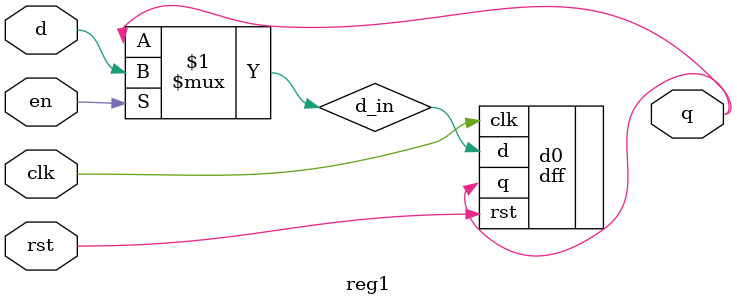
<source format=v>
module reg1(d,q,clk,rst,en);

input d, clk, rst,en;
output q;

wire d_in;

assign d_in = en? d:q;

dff d0 (.q(q),.d(d_in),.clk(clk),.rst(rst));

endmodule

</source>
